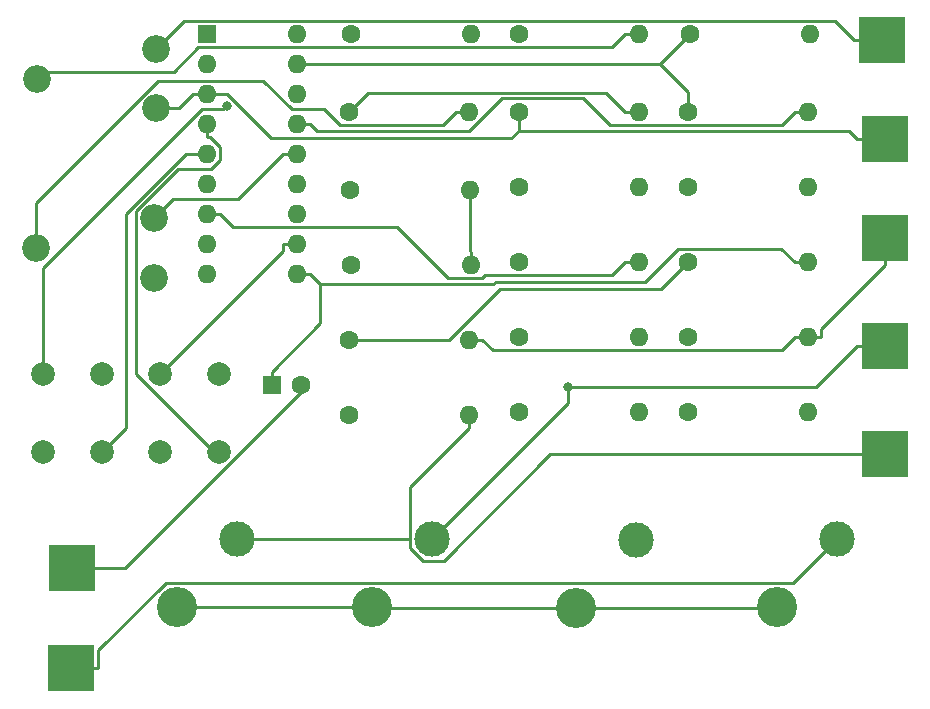
<source format=gtl>
%TF.GenerationSoftware,KiCad,Pcbnew,5.1.6*%
%TF.CreationDate,2020-09-27T13:31:50+02:00*%
%TF.ProjectId,AS3320-VCF,41533333-3230-42d5-9643-462e6b696361,rev?*%
%TF.SameCoordinates,Original*%
%TF.FileFunction,Copper,L1,Top*%
%TF.FilePolarity,Positive*%
%FSLAX46Y46*%
G04 Gerber Fmt 4.6, Leading zero omitted, Abs format (unit mm)*
G04 Created by KiCad (PCBNEW 5.1.6) date 2020-09-27 13:31:50*
%MOMM*%
%LPD*%
G01*
G04 APERTURE LIST*
%TA.AperFunction,ComponentPad*%
%ADD10C,1.600000*%
%TD*%
%TA.AperFunction,ComponentPad*%
%ADD11R,1.600000X1.600000*%
%TD*%
%TA.AperFunction,ComponentPad*%
%ADD12C,2.340000*%
%TD*%
%TA.AperFunction,ComponentPad*%
%ADD13O,1.600000X1.600000*%
%TD*%
%TA.AperFunction,ComponentPad*%
%ADD14C,3.400000*%
%TD*%
%TA.AperFunction,ComponentPad*%
%ADD15C,3.000000*%
%TD*%
%TA.AperFunction,ComponentPad*%
%ADD16C,2.000000*%
%TD*%
%TA.AperFunction,SMDPad,CuDef*%
%ADD17R,4.000000X4.000000*%
%TD*%
%TA.AperFunction,ViaPad*%
%ADD18C,0.800000*%
%TD*%
%TA.AperFunction,Conductor*%
%ADD19C,0.250000*%
%TD*%
G04 APERTURE END LIST*
D10*
%TO.P,C5,2*%
%TO.N,/SIGNAL_OUTPUT*%
X152019000Y-97790000D03*
D11*
%TO.P,C5,1*%
%TO.N,/OUT4*%
X149519000Y-97790000D03*
%TD*%
D12*
%TO.P,RV1,1*%
%TO.N,+12V*%
X139573000Y-83693000D03*
%TO.P,RV1,2*%
%TO.N,Net-(R2-Pad2)*%
X129573000Y-86193000D03*
%TO.P,RV1,3*%
%TO.N,GND*%
X139573000Y-88693000D03*
%TD*%
%TO.P,RV2,1*%
%TO.N,+12V*%
X139700000Y-69342000D03*
%TO.P,RV2,2*%
%TO.N,Net-(R7-Pad2)*%
X129700000Y-71842000D03*
%TO.P,RV2,3*%
%TO.N,GND*%
X139700000Y-74342000D03*
%TD*%
D13*
%TO.P,U1,18*%
%TO.N,Net-(R15-Pad1)*%
X151638000Y-68072000D03*
%TO.P,U1,9*%
%TO.N,Net-(R6-Pad1)*%
X144018000Y-88392000D03*
%TO.P,U1,17*%
%TO.N,Net-(R13-Pad1)*%
X151638000Y-70612000D03*
%TO.P,U1,8*%
%TO.N,/VRES*%
X144018000Y-85852000D03*
%TO.P,U1,16*%
%TO.N,Net-(C2-Pad1)*%
X151638000Y-73152000D03*
%TO.P,U1,7*%
%TO.N,/OUT1*%
X144018000Y-83312000D03*
%TO.P,U1,15*%
%TO.N,/OUT3*%
X151638000Y-75692000D03*
%TO.P,U1,6*%
%TO.N,/OUT2*%
X144018000Y-80772000D03*
%TO.P,U1,14*%
%TO.N,+12V*%
X151638000Y-78232000D03*
%TO.P,U1,5*%
%TO.N,Net-(C3-Pad2)*%
X144018000Y-78232000D03*
%TO.P,U1,13*%
%TO.N,Net-(R17-Pad1)*%
X151638000Y-80772000D03*
%TO.P,U1,4*%
%TO.N,Net-(C1-Pad2)*%
X144018000Y-75692000D03*
%TO.P,U1,12*%
%TO.N,Net-(R1-Pad1)*%
X151638000Y-83312000D03*
%TO.P,U1,3*%
%TO.N,GND*%
X144018000Y-73152000D03*
%TO.P,U1,11*%
%TO.N,Net-(C4-Pad1)*%
X151638000Y-85852000D03*
%TO.P,U1,2*%
%TO.N,Net-(R11-Pad1)*%
X144018000Y-70612000D03*
%TO.P,U1,10*%
%TO.N,/OUT4*%
X151638000Y-88392000D03*
D11*
%TO.P,U1,1*%
%TO.N,Net-(R10-Pad1)*%
X144018000Y-68072000D03*
%TD*%
D14*
%TO.P,J2,S*%
%TO.N,GND*%
X141506000Y-116546000D03*
D15*
%TO.P,J2,T*%
%TO.N,/RESONANCE_CTRL_INPUT*%
X146586000Y-110826000D03*
%TD*%
D14*
%TO.P,J3,S*%
%TO.N,GND*%
X158056000Y-116546000D03*
D15*
%TO.P,J3,T*%
%TO.N,/FREQ_CTRL_INPUT*%
X163136000Y-110826000D03*
%TD*%
D14*
%TO.P,J1,S*%
%TO.N,GND*%
X192306000Y-116546000D03*
D15*
%TO.P,J1,T*%
%TO.N,/SIGNAL_INPUT*%
X197386000Y-110826000D03*
%TD*%
D16*
%TO.P,C1,1*%
%TO.N,GND*%
X140034000Y-103440000D03*
%TO.P,C1,2*%
%TO.N,Net-(C1-Pad2)*%
X145034000Y-103440000D03*
%TD*%
%TO.P,C2,1*%
%TO.N,Net-(C2-Pad1)*%
X130188000Y-96882000D03*
%TO.P,C2,2*%
%TO.N,GND*%
X135188000Y-96882000D03*
%TD*%
%TO.P,C3,2*%
%TO.N,Net-(C3-Pad2)*%
X135188000Y-103432000D03*
%TO.P,C3,1*%
%TO.N,GND*%
X130188000Y-103432000D03*
%TD*%
%TO.P,C4,2*%
%TO.N,GND*%
X145034000Y-96889500D03*
%TO.P,C4,1*%
%TO.N,Net-(C4-Pad1)*%
X140034000Y-96889500D03*
%TD*%
D10*
%TO.P,R1,1*%
%TO.N,Net-(R1-Pad1)*%
X156210000Y-68072000D03*
D13*
%TO.P,R1,2*%
%TO.N,/FREQ_CTRL_INPUT*%
X166370000Y-68072000D03*
%TD*%
%TO.P,R2,2*%
%TO.N,Net-(R2-Pad2)*%
X166243000Y-74676000D03*
D10*
%TO.P,R2,1*%
%TO.N,Net-(R1-Pad1)*%
X156083000Y-74676000D03*
%TD*%
D13*
%TO.P,R3,2*%
%TO.N,-12V*%
X166337000Y-81280000D03*
D10*
%TO.P,R3,1*%
%TO.N,Net-(R11-Pad1)*%
X156177000Y-81280000D03*
%TD*%
D13*
%TO.P,R4,2*%
%TO.N,-12V*%
X166370000Y-87630000D03*
D10*
%TO.P,R4,1*%
%TO.N,Net-(R13-Pad1)*%
X156210000Y-87630000D03*
%TD*%
%TO.P,R5,1*%
%TO.N,Net-(R15-Pad1)*%
X156083000Y-93980000D03*
D13*
%TO.P,R5,2*%
%TO.N,-12V*%
X166243000Y-93980000D03*
%TD*%
%TO.P,R6,2*%
%TO.N,/RESONANCE_CTRL_INPUT*%
X166243000Y-100330000D03*
D10*
%TO.P,R6,1*%
%TO.N,Net-(R6-Pad1)*%
X156083000Y-100330000D03*
%TD*%
%TO.P,R7,1*%
%TO.N,Net-(R6-Pad1)*%
X170434000Y-68072000D03*
D13*
%TO.P,R7,2*%
%TO.N,Net-(R7-Pad2)*%
X180594000Y-68072000D03*
%TD*%
%TO.P,R8,2*%
%TO.N,Net-(R1-Pad1)*%
X180594000Y-74676000D03*
D10*
%TO.P,R8,1*%
%TO.N,GND*%
X170434000Y-74676000D03*
%TD*%
D13*
%TO.P,R9,2*%
%TO.N,/SIGNAL_INPUT*%
X180594000Y-81026000D03*
D10*
%TO.P,R9,1*%
%TO.N,Net-(R10-Pad1)*%
X170434000Y-81026000D03*
%TD*%
%TO.P,R10,1*%
%TO.N,Net-(R10-Pad1)*%
X170434000Y-87376000D03*
D13*
%TO.P,R10,2*%
%TO.N,/OUT1*%
X180594000Y-87376000D03*
%TD*%
D10*
%TO.P,R11,1*%
%TO.N,Net-(R11-Pad1)*%
X170434000Y-93726000D03*
D13*
%TO.P,R11,2*%
%TO.N,/OUT1*%
X180594000Y-93726000D03*
%TD*%
%TO.P,R12,2*%
%TO.N,/OUT2*%
X180594000Y-100076000D03*
D10*
%TO.P,R12,1*%
%TO.N,Net-(R11-Pad1)*%
X170434000Y-100076000D03*
%TD*%
%TO.P,R13,1*%
%TO.N,Net-(R13-Pad1)*%
X184912000Y-68072000D03*
D13*
%TO.P,R13,2*%
%TO.N,/OUT2*%
X195072000Y-68072000D03*
%TD*%
%TO.P,R14,2*%
%TO.N,/OUT3*%
X194945000Y-74676000D03*
D10*
%TO.P,R14,1*%
%TO.N,Net-(R13-Pad1)*%
X184785000Y-74676000D03*
%TD*%
%TO.P,R15,1*%
%TO.N,Net-(R15-Pad1)*%
X184785000Y-81026000D03*
D13*
%TO.P,R15,2*%
%TO.N,/OUT3*%
X194945000Y-81026000D03*
%TD*%
%TO.P,R16,2*%
%TO.N,/OUT4*%
X194945000Y-87376000D03*
D10*
%TO.P,R16,1*%
%TO.N,Net-(R15-Pad1)*%
X184785000Y-87376000D03*
%TD*%
%TO.P,R17,1*%
%TO.N,Net-(R17-Pad1)*%
X184785000Y-93726000D03*
D13*
%TO.P,R17,2*%
%TO.N,-12V*%
X194945000Y-93726000D03*
%TD*%
D10*
%TO.P,R18,1*%
%TO.N,/SIGNAL_OUTPUT*%
X184785000Y-100076000D03*
D13*
%TO.P,R18,2*%
%TO.N,/VRES*%
X194945000Y-100076000D03*
%TD*%
D17*
%TO.P,TP2,1*%
%TO.N,/RESONANCE_CTRL_INPUT*%
X201422000Y-103632000D03*
%TD*%
%TO.P,TP3,1*%
%TO.N,+12V*%
X201168000Y-68580000D03*
%TD*%
%TO.P,TP4,1*%
%TO.N,GND*%
X201422000Y-76962000D03*
%TD*%
%TO.P,TP5,1*%
%TO.N,-12V*%
X201422000Y-85344000D03*
%TD*%
%TO.P,TP6,1*%
%TO.N,/SIGNAL_INPUT*%
X132524000Y-121793000D03*
%TD*%
%TO.P,TP1,1*%
%TO.N,/FREQ_CTRL_INPUT*%
X201422000Y-94488000D03*
%TD*%
D15*
%TO.P,J4,T*%
%TO.N,/SIGNAL_OUTPUT*%
X180340000Y-110934000D03*
D14*
%TO.P,J4,S*%
%TO.N,GND*%
X175260000Y-116654000D03*
%TD*%
D17*
%TO.P,TP7,1*%
%TO.N,/SIGNAL_OUTPUT*%
X132588000Y-113284000D03*
%TD*%
D18*
%TO.N,Net-(C2-Pad1)*%
X145711600Y-74144200D03*
%TO.N,/FREQ_CTRL_INPUT*%
X174622500Y-97957800D03*
%TD*%
D19*
%TO.N,GND*%
X170434000Y-76253500D02*
X169827400Y-76860100D01*
X169827400Y-76860100D02*
X149453300Y-76860100D01*
X149453300Y-76860100D02*
X145745200Y-73152000D01*
X145745200Y-73152000D02*
X145143300Y-73152000D01*
X144018000Y-73152000D02*
X142892700Y-73152000D01*
X139700000Y-74342000D02*
X141702700Y-74342000D01*
X141702700Y-74342000D02*
X142892700Y-73152000D01*
X170434000Y-76253500D02*
X198388200Y-76253500D01*
X198388200Y-76253500D02*
X199096700Y-76962000D01*
X170434000Y-76253500D02*
X170434000Y-74676000D01*
X201422000Y-76962000D02*
X199096700Y-76962000D01*
X144018000Y-73152000D02*
X145143300Y-73152000D01*
X175260000Y-116654000D02*
X192198000Y-116654000D01*
X192198000Y-116654000D02*
X192306000Y-116546000D01*
X158056000Y-116546000D02*
X158164000Y-116654000D01*
X158164000Y-116654000D02*
X175260000Y-116654000D01*
X158056000Y-116546000D02*
X141506000Y-116546000D01*
%TO.N,Net-(C1-Pad2)*%
X144018000Y-75692000D02*
X144018000Y-76817300D01*
X145034000Y-103440000D02*
X144624100Y-103440000D01*
X144624100Y-103440000D02*
X138043500Y-96859400D01*
X138043500Y-96859400D02*
X138043500Y-83081200D01*
X138043500Y-83081200D02*
X141622700Y-79502000D01*
X141622700Y-79502000D02*
X144401400Y-79502000D01*
X144401400Y-79502000D02*
X145143300Y-78760100D01*
X145143300Y-78760100D02*
X145143300Y-77661200D01*
X145143300Y-77661200D02*
X144299400Y-76817300D01*
X144299400Y-76817300D02*
X144018000Y-76817300D01*
%TO.N,Net-(C2-Pad1)*%
X130188000Y-96882000D02*
X130188000Y-87874700D01*
X130188000Y-87874700D02*
X143640700Y-74422000D01*
X143640700Y-74422000D02*
X145433800Y-74422000D01*
X145433800Y-74422000D02*
X145711600Y-74144200D01*
%TO.N,Net-(C3-Pad2)*%
X142892700Y-78232000D02*
X142255800Y-78232000D01*
X142255800Y-78232000D02*
X137157200Y-83330600D01*
X137157200Y-83330600D02*
X137157200Y-101462800D01*
X137157200Y-101462800D02*
X135188000Y-103432000D01*
X144018000Y-78232000D02*
X142892700Y-78232000D01*
%TO.N,Net-(C4-Pad1)*%
X151638000Y-85852000D02*
X150512700Y-85852000D01*
X140034000Y-96889500D02*
X150512700Y-86410800D01*
X150512700Y-86410800D02*
X150512700Y-85852000D01*
%TO.N,/OUT4*%
X149519000Y-97790000D02*
X149519000Y-96664700D01*
X153610700Y-89239400D02*
X152763300Y-88392000D01*
X193819700Y-87376000D02*
X192684200Y-86240500D01*
X192684200Y-86240500D02*
X183967200Y-86240500D01*
X183967200Y-86240500D02*
X181114700Y-89093000D01*
X181114700Y-89093000D02*
X168462400Y-89093000D01*
X168462400Y-89093000D02*
X168316000Y-89239400D01*
X168316000Y-89239400D02*
X153610700Y-89239400D01*
X153610700Y-89239400D02*
X153610700Y-92573000D01*
X153610700Y-92573000D02*
X149519000Y-96664700D01*
X151638000Y-88392000D02*
X152763300Y-88392000D01*
X194945000Y-87376000D02*
X193819700Y-87376000D01*
%TO.N,-12V*%
X194945000Y-93726000D02*
X196070300Y-93726000D01*
X201422000Y-85344000D02*
X201422000Y-87669300D01*
X201422000Y-87669300D02*
X196070300Y-93021000D01*
X196070300Y-93021000D02*
X196070300Y-93726000D01*
X166370000Y-87630000D02*
X166370000Y-86504700D01*
X166370000Y-86504700D02*
X166337000Y-86471700D01*
X166337000Y-86471700D02*
X166337000Y-81280000D01*
X166243000Y-93980000D02*
X167368300Y-93980000D01*
X194945000Y-93726000D02*
X193819700Y-93726000D01*
X167368300Y-93980000D02*
X168239600Y-94851300D01*
X168239600Y-94851300D02*
X192694400Y-94851300D01*
X192694400Y-94851300D02*
X193819700Y-93726000D01*
%TO.N,+12V*%
X201168000Y-68580000D02*
X198842700Y-68580000D01*
X198842700Y-68580000D02*
X197209300Y-66946600D01*
X197209300Y-66946600D02*
X142095400Y-66946600D01*
X142095400Y-66946600D02*
X139700000Y-69342000D01*
X151638000Y-78232000D02*
X150512700Y-78232000D01*
X150512700Y-78232000D02*
X146686700Y-82058000D01*
X146686700Y-82058000D02*
X141208000Y-82058000D01*
X141208000Y-82058000D02*
X139573000Y-83693000D01*
%TO.N,/OUT3*%
X193819700Y-74676000D02*
X192694400Y-75801300D01*
X192694400Y-75801300D02*
X178203000Y-75801300D01*
X178203000Y-75801300D02*
X175924000Y-73522300D01*
X175924000Y-73522300D02*
X168989100Y-73522300D01*
X168989100Y-73522300D02*
X166255900Y-76255500D01*
X166255900Y-76255500D02*
X153326800Y-76255500D01*
X153326800Y-76255500D02*
X152763300Y-75692000D01*
X194945000Y-74676000D02*
X193819700Y-74676000D01*
X151638000Y-75692000D02*
X152763300Y-75692000D01*
%TO.N,/OUT1*%
X180594000Y-87376000D02*
X179468700Y-87376000D01*
X144018000Y-83312000D02*
X145143300Y-83312000D01*
X179468700Y-87376000D02*
X178343400Y-88501300D01*
X178343400Y-88501300D02*
X167609700Y-88501300D01*
X167609700Y-88501300D02*
X167355600Y-88755400D01*
X167355600Y-88755400D02*
X164421800Y-88755400D01*
X164421800Y-88755400D02*
X160103700Y-84437300D01*
X160103700Y-84437300D02*
X146268600Y-84437300D01*
X146268600Y-84437300D02*
X145143300Y-83312000D01*
%TO.N,Net-(R1-Pad1)*%
X179468700Y-74676000D02*
X177864600Y-73071900D01*
X177864600Y-73071900D02*
X157687100Y-73071900D01*
X157687100Y-73071900D02*
X156083000Y-74676000D01*
X180594000Y-74676000D02*
X179468700Y-74676000D01*
%TO.N,Net-(R13-Pad1)*%
X182372000Y-70612000D02*
X151638000Y-70612000D01*
X184912000Y-68072000D02*
X182372000Y-70612000D01*
X184785000Y-74676000D02*
X184785000Y-73025000D01*
X184785000Y-73025000D02*
X182372000Y-70612000D01*
%TO.N,Net-(R7-Pad2)*%
X180594000Y-68072000D02*
X179468700Y-68072000D01*
X179468700Y-68072000D02*
X178343400Y-69197300D01*
X178343400Y-69197300D02*
X143312200Y-69197300D01*
X143312200Y-69197300D02*
X141249700Y-71259800D01*
X141249700Y-71259800D02*
X130282200Y-71259800D01*
X130282200Y-71259800D02*
X129700000Y-71842000D01*
%TO.N,Net-(R15-Pad1)*%
X156083000Y-93980000D02*
X164569200Y-93980000D01*
X164569200Y-93980000D02*
X168893300Y-89655900D01*
X168893300Y-89655900D02*
X182505100Y-89655900D01*
X182505100Y-89655900D02*
X184785000Y-87376000D01*
%TO.N,/FREQ_CTRL_INPUT*%
X163136000Y-110826000D02*
X174622500Y-99339500D01*
X174622500Y-99339500D02*
X174622500Y-97957800D01*
X174622500Y-97957800D02*
X195626900Y-97957800D01*
X195626900Y-97957800D02*
X199096700Y-94488000D01*
X201422000Y-94488000D02*
X199096700Y-94488000D01*
%TO.N,/RESONANCE_CTRL_INPUT*%
X161273400Y-110826000D02*
X161273400Y-106424900D01*
X161273400Y-106424900D02*
X166243000Y-101455300D01*
X201422000Y-103632000D02*
X173134500Y-103632000D01*
X173134500Y-103632000D02*
X164114900Y-112651600D01*
X164114900Y-112651600D02*
X162305200Y-112651600D01*
X162305200Y-112651600D02*
X161273400Y-111619800D01*
X161273400Y-111619800D02*
X161273400Y-110826000D01*
X161273400Y-110826000D02*
X146586000Y-110826000D01*
X166243000Y-100330000D02*
X166243000Y-101455300D01*
%TO.N,Net-(R2-Pad2)*%
X166243000Y-74676000D02*
X165117700Y-74676000D01*
X165117700Y-74676000D02*
X163992300Y-75801400D01*
X163992300Y-75801400D02*
X155306800Y-75801400D01*
X155306800Y-75801400D02*
X153927400Y-74422000D01*
X153927400Y-74422000D02*
X151221800Y-74422000D01*
X151221800Y-74422000D02*
X148817000Y-72017200D01*
X148817000Y-72017200D02*
X139905500Y-72017200D01*
X139905500Y-72017200D02*
X129573000Y-82349700D01*
X129573000Y-82349700D02*
X129573000Y-86193000D01*
%TO.N,/SIGNAL_OUTPUT*%
X132588000Y-113284000D02*
X137095300Y-113284000D01*
X137095300Y-113284000D02*
X152019000Y-98360300D01*
X152019000Y-98360300D02*
X152019000Y-97790000D01*
%TO.N,/SIGNAL_INPUT*%
X132524000Y-121793000D02*
X134849300Y-121793000D01*
X134849300Y-121793000D02*
X134849300Y-120267000D01*
X134849300Y-120267000D02*
X140597900Y-114518400D01*
X140597900Y-114518400D02*
X193693600Y-114518400D01*
X193693600Y-114518400D02*
X197386000Y-110826000D01*
%TD*%
M02*

</source>
